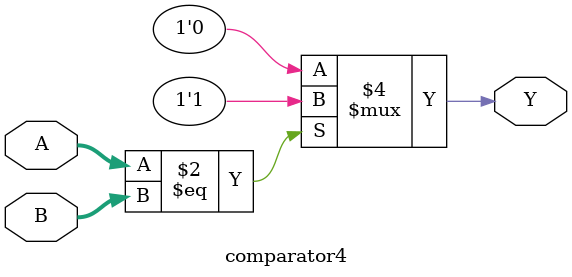
<source format=v>
module comparator4
  (input [3:0] A, B, output Y);
  
  integer N;
  reg Y;
  
  always @(A or B)
    begin: compare
      Y = 0;
      if (A == B)
        Y = 1;
    end
endmodule

</source>
